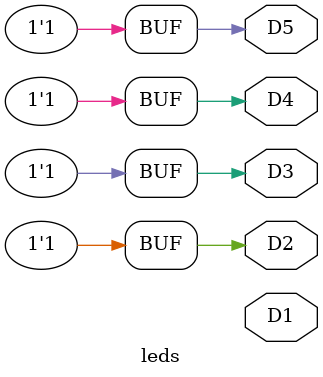
<source format=v>

module leds(output wire D1,
            output wire D2,
            output wire D3,
            output wire D4,
            output wire D5);

assign D2 = 1'b1;
assign D3 = 1'b1;
assign D4 = 1'b1;
assign D5 = 1'b1;

endmodule

</source>
